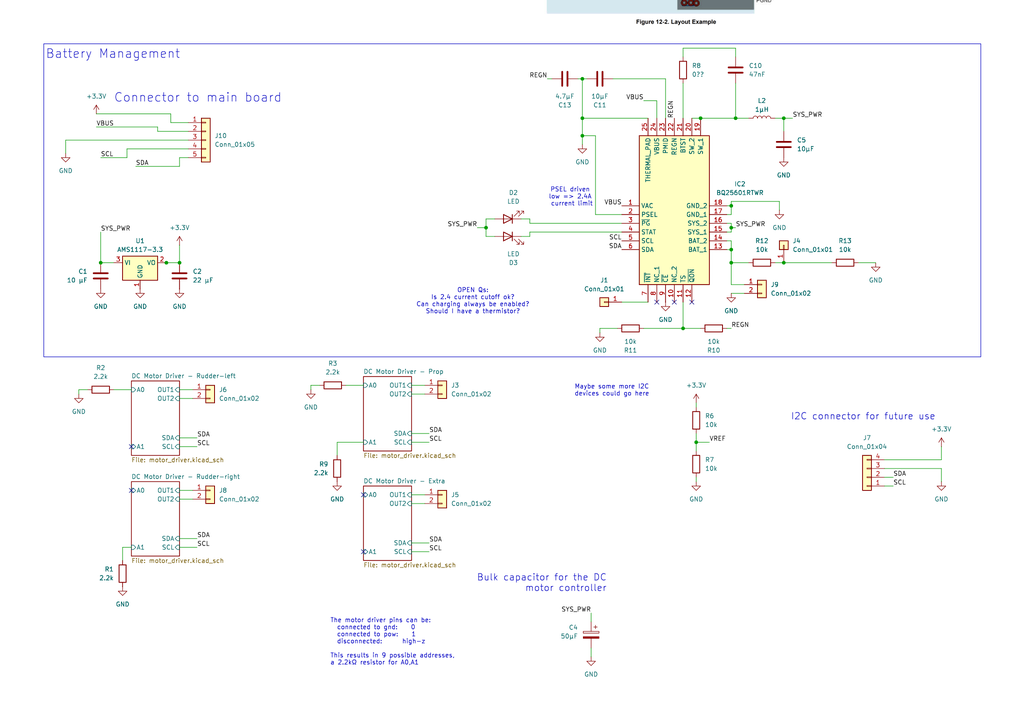
<source format=kicad_sch>
(kicad_sch (version 20231120) (generator "eeschema") (generator_version "8.0")
  (paper "A4")
  (title_block (title "Autonomous Torpedo") (date "2024-08-28") (rev "V1") (company "R@M"))
  (lib_symbols
    (symbol "Connector_Generic:Conn_01x01" (pin_names (offset 1.016) hide)
      (property "Reference" "J" (at 0 2.54 0))
      (property "Value" "Conn_01x01" (at 0 -2.54 0))
      (symbol "Conn_01x01_1_1"
        (rectangle (start -1.27 0.127) (end 0 -0.127) (stroke (width 0.1524)))
        (rectangle (start -1.27 1.27) (end 1.27 -1.27) (stroke (width 0.254)) (fill (type background)))
        (pin passive line (at -5.08 0 0) (length 3.81) (name "Pin_1") (number "1"))
      )
    )
    (symbol "Connector_Generic:Conn_01x02" (pin_names (offset 1.016) hide)
      (property "Reference" "J" (at 0 2.54 0))
      (property "Value" "Conn_01x02" (at 0 -5.08 0))
      (symbol "Conn_01x02_1_1"
        (rectangle (start -1.27 -2.413) (end 0 -2.667) (stroke (width 0.1524)))
        (rectangle (start -1.27 0.127) (end 0 -0.127) (stroke (width 0.1524)))
        (rectangle (start -1.27 1.27) (end 1.27 -3.81) (stroke (width 0.254)) (fill (type background)))
        (pin passive line (at -5.08 0 0) (length 3.81) (name "Pin_1") (number "1"))
        (pin passive line (at -5.08 -2.54 0) (length 3.81) (name "Pin_2") (number "2"))
      )
    )
    (symbol "Connector_Generic:Conn_01x04" (pin_names (offset 1.016) hide)
      (property "Reference" "J" (at 0 5.08 0))
      (property "Value" "Conn_01x04" (at 0 -7.62 0))
      (symbol "Conn_01x04_1_1"
        (rectangle (start -1.27 -4.953) (end 0 -5.207) (stroke (width 0.1524)))
        (rectangle (start -1.27 -2.413) (end 0 -2.667) (stroke (width 0.1524)))
        (rectangle (start -1.27 0.127) (end 0 -0.127) (stroke (width 0.1524)))
        (rectangle (start -1.27 2.667) (end 0 2.413) (stroke (width 0.1524)))
        (rectangle (start -1.27 3.81) (end 1.27 -6.35) (stroke (width 0.254)) (fill (type background)))
        (pin passive line (at -5.08 2.54 0) (length 3.81) (name "Pin_1") (number "1"))
        (pin passive line (at -5.08 0 0) (length 3.81) (name "Pin_2") (number "2"))
        (pin passive line (at -5.08 -2.54 0) (length 3.81) (name "Pin_3") (number "3"))
        (pin passive line (at -5.08 -5.08 0) (length 3.81) (name "Pin_4") (number "4"))
      )
    )
    (symbol "Connector_Generic:Conn_01x05" (pin_names (offset 1.016) hide)
      (property "Reference" "J" (at 0 7.62 0))
      (property "Value" "Conn_01x05" (at 0 -7.62 0))
      (symbol "Conn_01x05_1_1"
        (rectangle (start -1.27 -4.953) (end 0 -5.207) (stroke (width 0.1524)))
        (rectangle (start -1.27 -2.413) (end 0 -2.667) (stroke (width 0.1524)))
        (rectangle (start -1.27 0.127) (end 0 -0.127) (stroke (width 0.1524)))
        (rectangle (start -1.27 2.667) (end 0 2.413) (stroke (width 0.1524)))
        (rectangle (start -1.27 5.207) (end 0 4.953) (stroke (width 0.1524)))
        (rectangle (start -1.27 6.35) (end 1.27 -6.35) (stroke (width 0.254)) (fill (type background)))
        (pin passive line (at -5.08 5.08 0) (length 3.81) (name "Pin_1") (number "1"))
        (pin passive line (at -5.08 2.54 0) (length 3.81) (name "Pin_2") (number "2"))
        (pin passive line (at -5.08 0 0) (length 3.81) (name "Pin_3") (number "3"))
        (pin passive line (at -5.08 -2.54 0) (length 3.81) (name "Pin_4") (number "4"))
        (pin passive line (at -5.08 -5.08 0) (length 3.81) (name "Pin_5") (number "5"))
      )
    )
    (symbol "Device:C" (pin_numbers hide) (pin_names (offset 0.254))
      (property "Reference" "C" (at 0.635 2.54 0))
      (property "Value" "C" (at 0.635 -2.54 0))
      (symbol "C_0_1"
        (polyline (pts (xy -2.032 -0.762) (xy 2.032 -0.762)) (stroke (width 0.508)))
        (polyline (pts (xy -2.032 0.762) (xy 2.032 0.762)) (stroke (width 0.508)))
      )
      (symbol "C_1_1"
        (pin passive line (at 0 3.81 270) (length 2.794) (name "~") (number "1"))
        (pin passive line (at 0 -3.81 90) (length 2.794) (name "~") (number "2"))
      )
    )
    (symbol "Device:C_Polarized" (pin_numbers hide) (pin_names (offset 0.254))
      (property "Reference" "C" (at 0.635 2.54 0))
      (property "Value" "C_Polarized" (at 0.635 -2.54 0))
      (symbol "C_Polarized_0_1"
        (rectangle (start -2.286 0.508) (end 2.286 1.016))
        (polyline (pts (xy -1.778 2.286) (xy -0.762 2.286)))
        (polyline (pts (xy -1.27 2.794) (xy -1.27 1.778)))
        (rectangle (start 2.286 -0.508) (end -2.286 -1.016) (fill (type outline)))
      )
      (symbol "C_Polarized_1_1"
        (pin passive line (at 0 3.81 270) (length 2.794) (name "~") (number "1"))
        (pin passive line (at 0 -3.81 90) (length 2.794) (name "~") (number "2"))
      )
    )
    (symbol "Device:L" (pin_numbers hide) (pin_names (offset 1.016) hide)
      (property "Reference" "L" (at -1.27 0 90))
      (property "Value" "L" (at 1.905 0 90))
      (symbol "L_0_1"
        (arc (start 0 -2.54) (mid 0.6323 -1.905) (end 0 -1.27))
        (arc (start 0 -1.27) (mid 0.6323 -0.635) (end 0 0))
        (arc (start 0 0) (mid 0.6323 0.635) (end 0 1.27))
        (arc (start 0 1.27) (mid 0.6323 1.905) (end 0 2.54))
      )
      (symbol "L_1_1"
        (pin passive line (at 0 3.81 270) (length 1.27) (name "1") (number "1"))
        (pin passive line (at 0 -3.81 90) (length 1.27) (name "2") (number "2"))
      )
    )
    (symbol "Device:LED" (pin_numbers hide) (pin_names (offset 1.016) hide)
      (property "Reference" "D" (at 0 2.54 0))
      (property "Value" "LED" (at 0 -2.54 0))
      (symbol "LED_0_1"
        (polyline (pts (xy -1.27 -1.27) (xy -1.27 1.27)) (stroke (width 0.254)))
        (polyline (pts (xy -1.27 0) (xy 1.27 0)))
        (polyline (pts (xy 1.27 -1.27) (xy 1.27 1.27) (xy -1.27 0) (xy 1.27 -1.27)) (stroke (width 0.254)))
        (polyline (pts (xy -3.048 -0.762) (xy -4.572 -2.286) (xy -3.81 -2.286) (xy -4.572 -2.286) (xy -4.572 -1.524)))
        (polyline (pts (xy -1.778 -0.762) (xy -3.302 -2.286) (xy -2.54 -2.286) (xy -3.302 -2.286) (xy -3.302 -1.524)))
      )
      (symbol "LED_1_1"
        (pin passive line (at -3.81 0 0) (length 2.54) (name "K") (number "1"))
        (pin passive line (at 3.81 0 180) (length 2.54) (name "A") (number "2"))
      )
    )
    (symbol "Device:R" (pin_numbers hide) (pin_names (offset 0))
      (property "Reference" "R" (at 2.032 0 90))
      (property "Value" "R" (at 0 0 90))
      (symbol "R_0_1"
        (rectangle (start -1.016 -2.54) (end 1.016 2.54) (stroke (width 0.254)))
      )
      (symbol "R_1_1"
        (pin passive line (at 0 3.81 270) (length 1.27) (name "~") (number "1"))
        (pin passive line (at 0 -3.81 90) (length 1.27) (name "~") (number "2"))
      )
    )
    (symbol "Regulator_Linear:AMS1117-3.3"
      (property "Reference" "U" (at -3.81 3.175 0))
      (property "Value" "AMS1117-3.3" (at 0 3.175 0))
      (symbol "AMS1117-3.3_0_1"
        (rectangle (start -5.08 -5.08) (end 5.08 1.905) (stroke (width 0.254)) (fill (type background)))
      )
      (symbol "AMS1117-3.3_1_1"
        (pin power_in line (at 0 -7.62 90) (length 2.54) (name "GND") (number "1"))
        (pin power_out line (at 7.62 0 180) (length 2.54) (name "VO") (number "2"))
        (pin power_in line (at -7.62 0 0) (length 2.54) (name "VI") (number "3"))
      )
    )
    (symbol "SamacSys_Parts:BQ25601RTWR"
      (property "Reference" "IC" (at 26.67 25.4 0))
      (property "Value" "BQ25601RTWR" (at 26.67 22.86 0))
      (symbol "BQ25601RTWR_1_1"
        (rectangle (start 5.08 20.32) (end 25.4 -22.86) (stroke (width 0.254)) (fill (type background)))
        (pin passive line (at 0 0 0) (length 5.08) (name "VAC") (number "1"))
        (pin passive line (at 15.24 -27.94 90) (length 5.08) (name "NC_2") (number "10"))
        (pin passive line (at 17.78 -27.94 90) (length 5.08) (name "TS") (number "11"))
        (pin passive line (at 20.32 -27.94 90) (length 5.08) (name "~{QON}") (number "12"))
        (pin passive line (at 30.48 -12.7 180) (length 5.08) (name "BAT_1") (number "13"))
        (pin passive line (at 30.48 -10.16 180) (length 5.08) (name "BAT_2") (number "14"))
        (pin passive line (at 30.48 -7.62 180) (length 5.08) (name "SYS_1") (number "15"))
        (pin passive line (at 30.48 -5.08 180) (length 5.08) (name "SYS_2") (number "16"))
        (pin passive line (at 30.48 -2.54 180) (length 5.08) (name "GND_1") (number "17"))
        (pin passive line (at 30.48 0 180) (length 5.08) (name "GND_2") (number "18"))
        (pin passive line (at 22.86 25.4 270) (length 5.08) (name "SW_1") (number "19"))
        (pin passive line (at 0 -2.54 0) (length 5.08) (name "PSEL") (number "2"))
        (pin passive line (at 20.32 25.4 270) (length 5.08) (name "SW_2") (number "20"))
        (pin passive line (at 17.78 25.4 270) (length 5.08) (name "BTST") (number "21"))
        (pin passive line (at 15.24 25.4 270) (length 5.08) (name "REGN") (number "22"))
        (pin passive line (at 12.7 25.4 270) (length 5.08) (name "PMID") (number "23"))
        (pin passive line (at 10.16 25.4 270) (length 5.08) (name "VBUS") (number "24"))
        (pin passive line (at 7.62 25.4 270) (length 5.08) (name "THERMAL_PAD") (number "25"))
        (pin passive line (at 0 -5.08 0) (length 5.08) (name "~{PG}") (number "3"))
        (pin passive line (at 0 -7.62 0) (length 5.08) (name "STAT") (number "4"))
        (pin passive line (at 0 -10.16 0) (length 5.08) (name "SCL") (number "5"))
        (pin passive line (at 0 -12.7 0) (length 5.08) (name "SDA") (number "6"))
        (pin passive line (at 7.62 -27.94 90) (length 5.08) (name "~{INT}") (number "7"))
        (pin passive line (at 10.16 -27.94 90) (length 5.08) (name "NC_1") (number "8"))
        (pin passive line (at 12.7 -27.94 90) (length 5.08) (name "~{CE}") (number "9"))
      )
    )
    (symbol "power:+3.3V" (power) (pin_numbers hide) (pin_names (offset 0) hide)
      (property "Value" "+3.3V" (at 0 3.556 0))
      (symbol "+3.3V_0_1"
        (polyline (pts (xy -0.762 1.27) (xy 0 2.54)))
        (polyline (pts (xy 0 0) (xy 0 2.54)))
        (polyline (pts (xy 0 2.54) (xy 0.762 1.27)))
      )
      (symbol "+3.3V_1_1"
        (pin power_in line (at 0 0 90) (length 0) (name "~") (number "1"))
      )
    )
    (symbol "power:GND" (power) (pin_numbers hide) (pin_names (offset 0) hide)
      (property "Value" "GND" (at 0 -3.81 0))
      (symbol "GND_0_1"
        (polyline (pts (xy 0 0) (xy 0 -1.27) (xy 1.27 -1.27) (xy 0 -2.54) (xy -1.27 -1.27) (xy 0 -1.27)))
      )
      (symbol "GND_1_1"
        (pin power_in line (at 0 0 270) (length 0) (name "~") (number "1"))
      )
    )
  )
  (junction (at 227.33 34.29))
  (junction (at 212.09 76.2))
  (junction (at 168.91 22.86))
  (junction (at 168.91 39.37))
  (junction (at 168.91 34.29))
  (junction (at 213.36 34.29))
  (junction (at 140.97 66.04))
  (junction (at 201.93 128.27))
  (junction (at 212.09 59.69))
  (junction (at 29.21 76.2))
  (junction (at 227.33 76.2))
  (junction (at 212.09 72.39))
  (junction (at 52.07 76.2))
  (junction (at 212.09 66.04))
  (junction (at 203.2 34.29))
  (junction (at 48.26 76.2))
  (junction (at 198.12 95.25))
  (no_connect (at 38.1 129.54))
  (no_connect (at 38.1 142.24))
  (no_connect (at 190.5 87.63))
  (no_connect (at 105.41 143.51))
  (no_connect (at 195.58 87.63))
  (no_connect (at 200.66 87.63))
  (no_connect (at 105.41 160.02))
  (wire (pts (xy 158.75 22.86) (xy 160.02 22.86)))
  (wire (pts (xy 198.12 24.13) (xy 198.12 34.29)))
  (wire (pts (xy 119.38 128.27) (xy 124.46 128.27)))
  (wire (pts (xy 212.09 72.39) (xy 210.82 72.39)))
  (wire (pts (xy 48.26 76.2) (xy 52.07 76.2)))
  (wire (pts (xy 52.07 158.75) (xy 57.15 158.75)))
  (wire (pts (xy 227.33 34.29) (xy 229.87 34.29)))
  (wire (pts (xy 119.38 160.02) (xy 124.46 160.02)))
  (wire (pts (xy 212.09 67.31) (xy 210.82 67.31)))
  (wire (pts (xy 259.08 140.97) (xy 256.54 140.97)))
  (wire (pts (xy 212.09 59.69) (xy 212.09 62.23)))
  (wire (pts (xy 153.67 64.77) (xy 180.34 64.77)))
  (wire (pts (xy 254 76.2) (xy 248.92 76.2)))
  (wire (pts (xy 19.05 40.64) (xy 19.05 44.45)))
  (wire (pts (xy 210.82 59.69) (xy 212.09 59.69)))
  (wire (pts (xy 198.12 13.97) (xy 213.36 13.97)))
  (wire (pts (xy 22.86 113.03) (xy 25.4 113.03)))
  (wire (pts (xy 97.79 128.27) (xy 105.41 128.27)))
  (wire (pts (xy 201.93 128.27) (xy 201.93 125.73)))
  (wire (pts (xy 138.43 66.04) (xy 140.97 66.04)))
  (wire (pts (xy 140.97 68.58) (xy 143.51 68.58)))
  (wire (pts (xy 90.17 113.03) (xy 90.17 111.76)))
  (wire (pts (xy 198.12 87.63) (xy 198.12 95.25)))
  (wire (pts (xy 168.91 34.29) (xy 187.96 34.29)))
  (wire (pts (xy 212.09 58.42) (xy 226.06 58.42)))
  (wire (pts (xy 212.09 66.04) (xy 212.09 67.31)))
  (wire (pts (xy 19.05 40.64) (xy 54.61 40.64)))
  (wire (pts (xy 203.2 34.29) (xy 213.36 34.29)))
  (wire (pts (xy 140.97 63.5) (xy 143.51 63.5)))
  (wire (pts (xy 97.79 132.08) (xy 97.79 128.27)))
  (wire (pts (xy 52.07 142.24) (xy 55.88 142.24)))
  (wire (pts (xy 54.61 45.72) (xy 52.07 45.72)))
  (wire (pts (xy 153.67 67.31) (xy 180.34 67.31)))
  (wire (pts (xy 210.82 95.25) (xy 212.09 95.25)))
  (wire (pts (xy 151.13 68.58) (xy 153.67 68.58)))
  (wire (pts (xy 52.07 129.54) (xy 57.15 129.54)))
  (wire (pts (xy 27.94 33.02) (xy 49.53 33.02)))
  (wire (pts (xy 140.97 66.04) (xy 140.97 68.58)))
  (wire (pts (xy 140.97 63.5) (xy 140.97 66.04)))
  (wire (pts (xy 212.09 64.77) (xy 212.09 66.04)))
  (wire (pts (xy 201.93 130.81) (xy 201.93 128.27)))
  (wire (pts (xy 212.09 82.55) (xy 215.9 82.55)))
  (wire (pts (xy 33.02 113.03) (xy 38.1 113.03)))
  (wire (pts (xy 193.04 34.29) (xy 193.04 22.86)))
  (wire (pts (xy 226.06 58.42) (xy 226.06 60.96)))
  (wire (pts (xy 54.61 38.1) (xy 45.72 38.1)))
  (wire (pts (xy 119.38 125.73) (xy 124.46 125.73)))
  (wire (pts (xy 35.56 162.56) (xy 35.56 158.75)))
  (wire (pts (xy 213.36 24.13) (xy 213.36 34.29)))
  (wire (pts (xy 259.08 138.43) (xy 256.54 138.43)))
  (wire (pts (xy 49.53 35.56) (xy 49.53 33.02)))
  (wire (pts (xy 168.91 22.86) (xy 170.18 22.86)))
  (wire (pts (xy 119.38 143.51) (xy 123.19 143.51)))
  (wire (pts (xy 27.94 36.83) (xy 45.72 36.83)))
  (wire (pts (xy 52.07 144.78) (xy 55.88 144.78)))
  (wire (pts (xy 168.91 22.86) (xy 168.91 34.29)))
  (wire (pts (xy 190.5 34.29) (xy 190.5 29.21)))
  (wire (pts (xy 35.56 158.75) (xy 38.1 158.75)))
  (wire (pts (xy 186.69 29.21) (xy 190.5 29.21)))
  (wire (pts (xy 212.09 76.2) (xy 212.09 82.55)))
  (wire (pts (xy 200.66 34.29) (xy 203.2 34.29)))
  (wire (pts (xy 256.54 135.89) (xy 273.05 135.89)))
  (wire (pts (xy 39.37 48.26) (xy 52.07 48.26)))
  (wire (pts (xy 186.69 95.25) (xy 198.12 95.25)))
  (wire (pts (xy 198.12 95.25) (xy 203.2 95.25)))
  (wire (pts (xy 273.05 135.89) (xy 273.05 139.7)))
  (wire (pts (xy 90.17 111.76) (xy 92.71 111.76)))
  (wire (pts (xy 213.36 13.97) (xy 213.36 16.51)))
  (wire (pts (xy 224.79 34.29) (xy 227.33 34.29)))
  (wire (pts (xy 273.05 129.54) (xy 273.05 133.35)))
  (wire (pts (xy 201.93 139.7) (xy 201.93 138.43)))
  (wire (pts (xy 201.93 116.84) (xy 201.93 118.11)))
  (wire (pts (xy 36.83 43.18) (xy 54.61 43.18)))
  (wire (pts (xy 153.67 68.58) (xy 153.67 67.31)))
  (wire (pts (xy 153.67 63.5) (xy 153.67 64.77)))
  (wire (pts (xy 36.83 45.72) (xy 36.83 43.18)))
  (wire (pts (xy 45.72 36.83) (xy 45.72 38.1)))
  (wire (pts (xy 180.34 87.63) (xy 187.96 87.63)))
  (wire (pts (xy 52.07 156.21) (xy 57.15 156.21)))
  (wire (pts (xy 151.13 63.5) (xy 153.67 63.5)))
  (wire (pts (xy 212.09 72.39) (xy 212.09 76.2)))
  (wire (pts (xy 54.61 35.56) (xy 49.53 35.56)))
  (wire (pts (xy 52.07 113.03) (xy 55.88 113.03)))
  (wire (pts (xy 205.74 128.27) (xy 201.93 128.27)))
  (wire (pts (xy 171.45 177.8) (xy 171.45 180.34)))
  (wire (pts (xy 213.36 66.04) (xy 212.09 66.04)))
  (wire (pts (xy 198.12 13.97) (xy 198.12 16.51)))
  (wire (pts (xy 29.21 67.31) (xy 29.21 76.2)))
  (wire (pts (xy 168.91 34.29) (xy 168.91 39.37)))
  (wire (pts (xy 212.09 69.85) (xy 212.09 72.39)))
  (wire (pts (xy 46.99 76.2) (xy 48.26 76.2)))
  (wire (pts (xy 212.09 69.85) (xy 210.82 69.85)))
  (wire (pts (xy 212.09 64.77) (xy 210.82 64.77)))
  (wire (pts (xy 119.38 146.05) (xy 123.19 146.05)))
  (wire (pts (xy 256.54 133.35) (xy 273.05 133.35)))
  (wire (pts (xy 52.07 115.57) (xy 55.88 115.57)))
  (wire (pts (xy 227.33 76.2) (xy 224.79 76.2)))
  (wire (pts (xy 193.04 22.86) (xy 177.8 22.86)))
  (wire (pts (xy 173.99 95.25) (xy 179.07 95.25)))
  (wire (pts (xy 212.09 62.23) (xy 210.82 62.23)))
  (wire (pts (xy 100.33 111.76) (xy 105.41 111.76)))
  (wire (pts (xy 172.72 62.23) (xy 172.72 39.37)))
  (wire (pts (xy 52.07 45.72) (xy 52.07 48.26)))
  (wire (pts (xy 227.33 38.1) (xy 227.33 34.29)))
  (wire (pts (xy 167.64 22.86) (xy 168.91 22.86)))
  (wire (pts (xy 212.09 76.2) (xy 217.17 76.2)))
  (wire (pts (xy 119.38 114.3) (xy 123.19 114.3)))
  (wire (pts (xy 52.07 71.12) (xy 52.07 76.2)))
  (wire (pts (xy 173.99 96.52) (xy 173.99 95.25)))
  (wire (pts (xy 171.45 187.96) (xy 171.45 190.5)))
  (wire (pts (xy 29.21 76.2) (xy 33.02 76.2)))
  (wire (pts (xy 212.09 85.09) (xy 215.9 85.09)))
  (wire (pts (xy 119.38 157.48) (xy 124.46 157.48)))
  (wire (pts (xy 168.91 39.37) (xy 168.91 41.91)))
  (wire (pts (xy 22.86 114.3) (xy 22.86 113.03)))
  (wire (pts (xy 52.07 127) (xy 57.15 127)))
  (wire (pts (xy 212.09 58.42) (xy 212.09 59.69)))
  (wire (pts (xy 172.72 39.37) (xy 168.91 39.37)))
  (wire (pts (xy 29.21 45.72) (xy 36.83 45.72)))
  (wire (pts (xy 119.38 111.76) (xy 123.19 111.76)))
  (wire (pts (xy 241.3 76.2) (xy 227.33 76.2)))
  (wire (pts (xy 213.36 34.29) (xy 217.17 34.29)))
  (wire (pts (xy 180.34 62.23) (xy 172.72 62.23)))
  (rectangle (start 12.7 12.7) (end 284.48 103.505))
  (image (at 196.215 -15.24) (scale 0.268536))
  (text "Maybe some more I2C \ndevices could go here" (at 166.624 113.284 0) (effects (font (size 1.27 1.27)) (justify left)))
  (text "Battery Management" (at 32.766 15.748 0) (effects (font (size 2.54 2.54))))
  (text "The motor driver pins can be:\n  connected to gnd:    0\n  connected to pow:    1\n  disconnected:      high-z\n\nThis results in 9 possible addresses,\na 2.2kΩ resistor for A0,A1" (at 95.758 186.182 0) (effects (font (size 1.27 1.27)) (justify left)))
  (text "Bulk capacitor for the DC\nmotor controller" (at 176.022 169.164 0) (effects (font (size 1.905 1.905)) (justify right)))
  (text "Connector to main board" (at 57.404 28.448 0) (effects (font (size 2.54 2.54))))
  (text "I2C connector for future use" (at 229.362 120.904 0) (effects (font (size 1.905 1.905)) (justify left)))
  (text "OPEN Qs:\nIs 2.4 current cutoff ok?\nCan charging always be enabled?\nShould I have a thermistor?" (at 137.16 87.376 0) (effects (font (size 1.27 1.27))))
  (text "PSEL driven \nlow => 2.4A \ncurrent limit" (at 165.862 57.15 0) (effects (font (size 1.27 1.27))))
  (label "SCL" (at 259.08 140.97 0))
  (label "SYS_PWR" (at 138.43 66.04 180))
  (label "SCL" (at 57.15 158.75 0))
  (label "VBUS" (at 27.94 36.83 0))
  (label "SDA" (at 259.08 138.43 0))
  (label "VBUS" (at 186.69 29.21 180))
  (label "SDA" (at 124.46 157.48 0))
  (label "SDA" (at 124.46 125.73 0))
  (label "VBUS" (at 180.34 59.69 180))
  (label "SDA" (at 180.34 72.39 180))
  (label "SCL" (at 124.46 160.02 0))
  (label "SCL" (at 29.21 45.72 0))
  (label "REGN" (at 158.75 22.86 180))
  (label "SYS_PWR" (at 213.36 66.04 0))
  (label "SDA" (at 57.15 127 0))
  (label "SCL" (at 180.34 69.85 180))
  (label "SYS_PWR" (at 229.87 34.29 0))
  (label "REGN" (at 212.09 95.25 0))
  (label "SCL" (at 124.46 128.27 0))
  (label "SDA" (at 39.37 48.26 0))
  (label "SCL" (at 57.15 129.54 0))
  (label "VREF" (at 205.74 128.27 0))
  (label "SDA" (at 57.15 156.21 0))
  (label "SYS_PWR" (at 29.21 67.31 0))
  (label "REGN" (at 195.58 34.29 90))
  (label "SYS_PWR" (at 171.45 177.8 180))
  (symbol (lib_id "Device:R") (at 96.52 111.76 90) (unit 1)
    (property "Reference" "R3" (at 96.52 105.41 90))
    (property "Value" "2.2k" (at 96.52 107.95 90))
    (property "Footprint" "Resistor_SMD:R_0805_2012Metric_Pad1.20x1.40mm_HandSolder" (effects (hide yes)))
    (property "Description" "Resistor" (effects (hide yes)))
  )
  (symbol (lib_id "Connector_Generic:Conn_01x02") (at 60.96 113.03 0) (unit 1)
    (property "Reference" "J6" (at 63.5 113.0299 0) (effects (justify left)))
    (property "Value" "Conn_01x02" (at 63.5 115.5699 0) (effects (justify left)))
    (property "Footprint" "Connector_PinSocket_2.00mm:PinSocket_1x02_P2.00mm_Vertical" (effects (hide yes)))
    (property "Description" "Generic connector, single row, 01x02, script generated (kicad-library-utils/schlib/autogen/connector/)" (effects (hide yes)))
  )
  (symbol (lib_id "Device:C") (at 52.07 80.01 0) (unit 1)
    (property "Reference" "C2" (at 55.88 78.7399 0) (effects (justify left)))
    (property "Value" "22 μF" (at 55.88 81.2799 0) (effects (justify left)))
    (property "Footprint" "Capacitor_SMD:C_0805_2012Metric_Pad1.18x1.45mm_HandSolder" (effects (hide yes)))
    (property "Description" "Unpolarized capacitor" (effects (hide yes)))
  )
  (symbol (lib_id "Device:R") (at 198.12 20.32 180) (unit 1)
    (property "Reference" "R8" (at 200.66 19.0499 0) (effects (justify right)))
    (property "Value" "0??" (at 200.66 21.5899 0) (effects (justify right)))
    (property "Footprint" "Resistor_SMD:R_0805_2012Metric_Pad1.20x1.40mm_HandSolder" (effects (hide yes)))
    (property "Description" "Resistor" (effects (hide yes)))
  )
  (symbol (lib_id "power:+3.3V") (at 273.05 129.54 0) (unit 1)
    (property "Reference" "#PWR015" (effects (hide yes)))
    (property "Value" "+3.3V" (at 273.05 124.46 0))
    (property "Description" "Power symbol creates a global label with name \"+3.3V\"" (effects (hide yes)))
  )
  (symbol (lib_id "Connector_Generic:Conn_01x02") (at 60.96 142.24 0) (unit 1)
    (property "Reference" "J8" (at 63.5 142.2399 0) (effects (justify left)))
    (property "Value" "Conn_01x02" (at 63.5 144.7799 0) (effects (justify left)))
    (property "Footprint" "Connector_PinSocket_2.00mm:PinSocket_1x02_P2.00mm_Vertical" (effects (hide yes)))
    (property "Description" "Generic connector, single row, 01x02, script generated (kicad-library-utils/schlib/autogen/connector/)" (effects (hide yes)))
  )
  (symbol (lib_id "Connector_Generic:Conn_01x01") (at 175.26 87.63 0) (mirror y) (unit 1)
    (property "Reference" "J1" (at 175.26 81.28 0))
    (property "Value" "Conn_01x01" (at 175.26 83.82 0))
    (property "Footprint" "Connector_PinSocket_2.00mm:PinSocket_1x01_P2.00mm_Vertical" (effects (hide yes)))
    (property "Description" "Generic connector, single row, 01x01, script generated (kicad-library-utils/schlib/autogen/connector/)" (effects (hide yes)))
  )
  (symbol (lib_id "Device:C") (at 29.21 80.01 0) (mirror y) (unit 1)
    (property "Reference" "C1" (at 25.4 78.7399 0) (effects (justify left)))
    (property "Value" "10 μF" (at 25.4 81.2799 0) (effects (justify left)))
    (property "Footprint" "Capacitor_SMD:C_0805_2012Metric_Pad1.18x1.45mm_HandSolder" (effects (hide yes)))
    (property "Description" "Unpolarized capacitor" (effects (hide yes)))
  )
  (symbol (lib_id "Device:R") (at 29.21 113.03 90) (unit 1)
    (property "Reference" "R2" (at 29.21 106.68 90))
    (property "Value" "2.2k" (at 29.21 109.22 90))
    (property "Footprint" "Resistor_SMD:R_0805_2012Metric_Pad1.20x1.40mm_HandSolder" (effects (hide yes)))
    (property "Description" "Resistor" (effects (hide yes)))
  )
  (symbol (lib_id "power:GND") (at 168.91 41.91 0) (unit 1)
    (property "Reference" "#PWR017" (effects (hide yes)))
    (property "Value" "GND" (at 168.91 46.99 0))
    (property "Description" "Power symbol creates a global label with name \"GND\" , ground" (effects (hide yes)))
  )
  (symbol (lib_id "Device:C") (at 227.33 41.91 0) (unit 1)
    (property "Reference" "C5" (at 231.14 40.6399 0) (effects (justify left)))
    (property "Value" "10μF" (at 231.14 43.1799 0) (effects (justify left)))
    (property "Footprint" "Capacitor_SMD:C_0805_2012Metric_Pad1.18x1.45mm_HandSolder" (effects (hide yes)))
    (property "Description" "Unpolarized capacitor" (effects (hide yes)))
  )
  (symbol (lib_id "power:GND") (at 171.45 190.5 0) (unit 1)
    (property "Reference" "#PWR013" (effects (hide yes)))
    (property "Value" "GND" (at 171.45 195.58 0))
    (property "Description" "Power symbol creates a global label with name \"GND\" , ground" (effects (hide yes)))
  )
  (symbol (lib_id "SamacSys_Parts:BQ25601RTWR") (at 180.34 59.69 0) (unit 1)
    (property "Reference" "IC2" (at 214.63 53.3714 0))
    (property "Value" "BQ25601RTWR" (at 214.63 55.9114 0))
    (property "Footprint" "SamacSys_Parts:QFN50P400X400X80-25N-D" (effects (hide yes)))
    (property "Datasheet" "http://www.ti.com/lit/ds/symlink/bq25601.pdf" (effects (hide yes)))
    (property "Description" "I2C Controlled Single Cell 3-A Battery Charger with High Input Voltage and Power Path" (effects (hide yes)))
    (property "Height" "0.8" (effects (hide yes)))
    (property "Manufacturer_Name" "Texas Instruments" (effects (hide yes)))
    (property "Manufacturer_Part_Number" "BQ25601RTWR" (effects (hide yes)))
    (property "Mouser Part Number" "595-BQ25601RTWR" (effects (hide yes)))
    (property "Mouser Price/Stock" "https://www.mouser.co.uk/ProductDetail/Texas-Instruments/BQ25601RTWR?qs=u4fy%2FsgLU9MCDD48%252B2JKlg%3D%3D" (effects (hide yes)))
    (property "Arrow Part Number" "BQ25601RTWR" (effects (hide yes)))
    (property "Arrow Price/Stock" "https://www.arrow.com/en/products/bq25601rtwr/texas-instruments?region=nac" (effects (hide yes)))
  )
  (symbol (lib_id "Connector_Generic:Conn_01x02") (at 128.27 111.76 0) (unit 1)
    (property "Reference" "J3" (at 130.81 111.7599 0) (effects (justify left)))
    (property "Value" "Conn_01x02" (at 130.81 114.2999 0) (effects (justify left)))
    (property "Footprint" "Connector_PinSocket_2.00mm:PinSocket_1x02_P2.00mm_Vertical" (effects (hide yes)))
    (property "Description" "Generic connector, single row, 01x02, script generated (kicad-library-utils/schlib/autogen/connector/)" (effects (hide yes)))
  )
  (symbol (lib_id "Connector_Generic:Conn_01x05") (at 59.69 40.64 0) (unit 1)
    (property "Reference" "J10" (at 62.23 39.3699 0) (effects (justify left)))
    (property "Value" "Conn_01x05" (at 62.23 41.9099 0) (effects (justify left)))
    (property "Footprint" "Connector_PinSocket_2.00mm:PinSocket_1x05_P2.00mm_Vertical" (effects (hide yes)))
    (property "Description" "Generic connector, single row, 01x05, script generated (kicad-library-utils/schlib/autogen/connector/)" (effects (hide yes)))
  )
  (symbol (lib_id "power:GND") (at 29.21 83.82 0) (unit 1)
    (property "Reference" "#PWR03" (effects (hide yes)))
    (property "Value" "GND" (at 29.21 88.9 0))
    (property "Description" "Power symbol creates a global label with name \"GND\" , ground" (effects (hide yes)))
  )
  (symbol (lib_id "power:GND") (at 273.05 139.7 0) (unit 1)
    (property "Reference" "#PWR014" (effects (hide yes)))
    (property "Value" "GND" (at 273.05 144.78 0))
    (property "Description" "Power symbol creates a global label with name \"GND\" , ground" (effects (hide yes)))
  )
  (symbol (lib_id "power:GND") (at 193.04 87.63 0) (unit 1)
    (property "Reference" "#PWR025" (effects (hide yes)))
    (property "Value" "GND" (at 193.04 92.71 0))
    (property "Description" "Power symbol creates a global label with name \"GND\" , ground" (effects (hide yes)))
  )
  (symbol (lib_id "power:GND") (at 35.56 170.18 0) (unit 1)
    (property "Reference" "#PWR010" (effects (hide yes)))
    (property "Value" "GND" (at 35.56 175.26 0))
    (property "Description" "Power symbol creates a global label with name \"GND\" , ground" (effects (hide yes)))
  )
  (symbol (lib_id "power:GND") (at 212.09 85.09 0) (unit 1)
    (property "Reference" "#PWR023" (effects (hide yes)))
    (property "Value" "GND" (at 212.09 90.17 0))
    (property "Description" "Power symbol creates a global label with name \"GND\" , ground" (effects (hide yes)))
  )
  (symbol (lib_id "Device:R") (at 97.79 135.89 0) (mirror y) (unit 1)
    (property "Reference" "R9" (at 95.25 134.6199 0) (effects (justify left)))
    (property "Value" "2.2k" (at 95.25 137.1599 0) (effects (justify left)))
    (property "Footprint" "Resistor_SMD:R_0805_2012Metric_Pad1.20x1.40mm_HandSolder" (effects (hide yes)))
    (property "Description" "Resistor" (effects (hide yes)))
  )
  (symbol (lib_id "power:GND") (at 173.99 96.52 0) (unit 1)
    (property "Reference" "#PWR027" (effects (hide yes)))
    (property "Value" "GND" (at 173.99 101.6 0))
    (property "Description" "Power symbol creates a global label with name \"GND\" , ground" (effects (hide yes)))
  )
  (symbol (lib_id "power:GND") (at 40.64 83.82 0) (unit 1)
    (property "Reference" "#PWR04" (effects (hide yes)))
    (property "Value" "GND" (at 40.64 88.9 0))
    (property "Description" "Power symbol creates a global label with name \"GND\" , ground" (effects (hide yes)))
  )
  (symbol (lib_id "power:GND") (at 201.93 139.7 0) (unit 1)
    (property "Reference" "#PWR01" (effects (hide yes)))
    (property "Value" "GND" (at 201.93 144.78 0))
    (property "Description" "Power symbol creates a global label with name \"GND\" , ground" (effects (hide yes)))
  )
  (symbol (lib_id "Device:LED") (at 147.32 68.58 0) (mirror y) (unit 1)
    (property "Reference" "D3" (at 148.9075 76.2 0))
    (property "Value" "LED" (at 148.9075 73.66 0))
    (property "Footprint" "LED_SMD:LED_0805_2012Metric" (effects (hide yes)))
    (property "Description" "Light emitting diode" (effects (hide yes)))
  )
  (symbol (lib_id "power:+3.3V") (at 201.93 116.84 0) (unit 1)
    (property "Reference" "#PWR09" (effects (hide yes)))
    (property "Value" "+3.3V" (at 201.93 111.76 0))
    (property "Description" "Power symbol creates a global label with name \"+3.3V\"" (effects (hide yes)))
  )
  (symbol (lib_id "power:GND") (at 52.07 83.82 0) (unit 1)
    (property "Reference" "#PWR06" (effects (hide yes)))
    (property "Value" "GND" (at 52.07 88.9 0))
    (property "Description" "Power symbol creates a global label with name \"GND\" , ground" (effects (hide yes)))
  )
  (symbol (lib_id "power:GND") (at 90.17 113.03 0) (unit 1)
    (property "Reference" "#PWR012" (effects (hide yes)))
    (property "Value" "GND" (at 90.17 118.11 0))
    (property "Description" "Power symbol creates a global label with name \"GND\" , ground" (effects (hide yes)))
  )
  (symbol (lib_id "Connector_Generic:Conn_01x02") (at 128.27 143.51 0) (unit 1)
    (property "Reference" "J5" (at 130.81 143.5099 0) (effects (justify left)))
    (property "Value" "Conn_01x02" (at 130.81 146.0499 0) (effects (justify left)))
    (property "Footprint" "Connector_PinSocket_2.00mm:PinSocket_1x02_P2.00mm_Vertical" (effects (hide yes)))
    (property "Description" "Generic connector, single row, 01x02, script generated (kicad-library-utils/schlib/autogen/connector/)" (effects (hide yes)))
  )
  (symbol (lib_id "Device:R") (at 201.93 121.92 0) (unit 1)
    (property "Reference" "R6" (at 204.47 120.6499 0) (effects (justify left)))
    (property "Value" "10k" (at 204.47 123.1899 0) (effects (justify left)))
    (property "Footprint" "Resistor_SMD:R_0805_2012Metric_Pad1.20x1.40mm_HandSolder" (effects (hide yes)))
    (property "Description" "Resistor" (effects (hide yes)))
  )
  (symbol (lib_id "power:GND") (at 227.33 45.72 0) (unit 1)
    (property "Reference" "#PWR022" (effects (hide yes)))
    (property "Value" "GND" (at 227.33 50.8 0))
    (property "Description" "Power symbol creates a global label with name \"GND\" , ground" (effects (hide yes)))
  )
  (symbol (lib_id "Device:R") (at 207.01 95.25 90) (mirror x) (unit 1)
    (property "Reference" "R10" (at 207.01 101.6 90))
    (property "Value" "10k" (at 207.01 99.06 90))
    (property "Footprint" "Resistor_SMD:R_0805_2012Metric_Pad1.20x1.40mm_HandSolder" (effects (hide yes)))
    (property "Description" "Resistor" (effects (hide yes)))
  )
  (symbol (lib_id "power:GND") (at 97.79 139.7 0) (unit 1)
    (property "Reference" "#PWR037" (effects (hide yes)))
    (property "Value" "GND" (at 97.79 144.78 0))
    (property "Description" "Power symbol creates a global label with name \"GND\" , ground" (effects (hide yes)))
  )
  (symbol (lib_id "power:GND") (at 254 76.2 0) (unit 1)
    (property "Reference" "#PWR038" (effects (hide yes)))
    (property "Value" "GND" (at 254 81.28 0))
    (property "Description" "Power symbol creates a global label with name \"GND\" , ground" (effects (hide yes)))
  )
  (symbol (lib_id "Device:R") (at 201.93 134.62 0) (unit 1)
    (property "Reference" "R7" (at 204.47 133.3499 0) (effects (justify left)))
    (property "Value" "10k" (at 204.47 135.8899 0) (effects (justify left)))
    (property "Footprint" "Resistor_SMD:R_0805_2012Metric_Pad1.20x1.40mm_HandSolder" (effects (hide yes)))
    (property "Description" "Resistor" (effects (hide yes)))
  )
  (symbol (lib_id "Device:C") (at 163.83 22.86 90) (mirror x) (unit 1)
    (property "Reference" "C13" (at 163.83 30.48 90))
    (property "Value" "4.7μF" (at 163.83 27.94 90))
    (property "Footprint" "Capacitor_SMD:C_0805_2012Metric_Pad1.18x1.45mm_HandSolder" (effects (hide yes)))
    (property "Description" "Unpolarized capacitor" (effects (hide yes)))
  )
  (symbol (lib_id "Device:L") (at 220.98 34.29 90) (unit 1)
    (property "Reference" "L2" (at 220.98 29.21 90))
    (property "Value" "1μH" (at 220.98 31.75 90))
    (property "Footprint" "Inductor_SMD:L_0805_2012Metric_Pad1.05x1.20mm_HandSolder" (effects (hide yes)))
    (property "Description" "Inductor" (effects (hide yes)))
  )
  (symbol (lib_id "Device:C") (at 173.99 22.86 90) (mirror x) (unit 1)
    (property "Reference" "C11" (at 173.99 30.48 90))
    (property "Value" "10μF" (at 173.99 27.94 90))
    (property "Footprint" "Capacitor_SMD:C_0805_2012Metric_Pad1.18x1.45mm_HandSolder" (effects (hide yes)))
    (property "Description" "Unpolarized capacitor" (effects (hide yes)))
  )
  (symbol (lib_id "Connector_Generic:Conn_01x04") (at 251.46 138.43 180) (unit 1)
    (property "Reference" "J7" (at 251.46 127 0))
    (property "Value" "Conn_01x04" (at 251.46 129.54 0))
    (property "Footprint" "Connector_PinSocket_2.00mm:PinSocket_1x04_P2.00mm_Vertical" (effects (hide yes)))
    (property "Description" "Generic connector, single row, 01x04, script generated (kicad-library-utils/schlib/autogen/connector/)" (effects (hide yes)))
  )
  (symbol (lib_id "Device:LED") (at 147.32 63.5 180) (unit 1)
    (property "Reference" "D2" (at 148.9075 55.88 0))
    (property "Value" "LED" (at 148.9075 58.42 0))
    (property "Footprint" "LED_SMD:LED_0805_2012Metric" (effects (hide yes)))
    (property "Description" "Light emitting diode" (effects (hide yes)))
  )
  (symbol (lib_id "Device:C") (at 213.36 20.32 0) (unit 1)
    (property "Reference" "C10" (at 217.17 19.0499 0) (effects (justify left)))
    (property "Value" "47nF" (at 217.17 21.5899 0) (effects (justify left)))
    (property "Footprint" "Capacitor_SMD:C_0805_2012Metric_Pad1.18x1.45mm_HandSolder" (effects (hide yes)))
    (property "Description" "Unpolarized capacitor" (effects (hide yes)))
  )
  (symbol (lib_id "Device:C_Polarized") (at 171.45 184.15 0) (mirror y) (unit 1)
    (property "Reference" "C4" (at 167.64 181.9909 0) (effects (justify left)))
    (property "Value" "50μF" (at 167.64 184.5309 0) (effects (justify left)))
    (property "Footprint" "Capacitor_SMD:C_0805_2012Metric_Pad1.18x1.45mm_HandSolder" (effects (hide yes)))
    (property "Description" "Polarized capacitor" (effects (hide yes)))
  )
  (symbol (lib_id "power:+3.3V") (at 52.07 71.12 0) (unit 1)
    (property "Reference" "#PWR05" (effects (hide yes)))
    (property "Value" "+3.3V" (at 52.07 66.04 0))
    (property "Description" "Power symbol creates a global label with name \"+3.3V\"" (effects (hide yes)))
  )
  (symbol (lib_id "Device:R") (at 220.98 76.2 270) (unit 1)
    (property "Reference" "R12" (at 220.98 69.85 90))
    (property "Value" "10k" (at 220.98 72.39 90))
    (property "Footprint" "Resistor_SMD:R_0805_2012Metric_Pad1.20x1.40mm_HandSolder" (effects (hide yes)))
    (property "Description" "Resistor" (effects (hide yes)))
  )
  (symbol (lib_id "power:GND") (at 22.86 114.3 0) (unit 1)
    (property "Reference" "#PWR018" (effects (hide yes)))
    (property "Value" "GND" (at 22.86 119.38 0))
    (property "Description" "Power symbol creates a global label with name \"GND\" , ground" (effects (hide yes)))
  )
  (symbol (lib_id "Device:R") (at 35.56 166.37 0) (mirror y) (unit 1)
    (property "Reference" "R1" (at 33.02 165.0999 0) (effects (justify left)))
    (property "Value" "2.2k" (at 33.02 167.6399 0) (effects (justify left)))
    (property "Footprint" "Resistor_SMD:R_0805_2012Metric_Pad1.20x1.40mm_HandSolder" (effects (hide yes)))
    (property "Description" "Resistor" (effects (hide yes)))
  )
  (symbol (lib_id "Device:R") (at 245.11 76.2 270) (unit 1)
    (property "Reference" "R13" (at 245.11 69.85 90))
    (property "Value" "10k" (at 245.11 72.39 90))
    (property "Footprint" "Resistor_SMD:R_0805_2012Metric_Pad1.20x1.40mm_HandSolder" (effects (hide yes)))
    (property "Description" "Resistor" (effects (hide yes)))
  )
  (symbol (lib_id "Connector_Generic:Conn_01x02") (at 220.98 82.55 0) (unit 1)
    (property "Reference" "J9" (at 223.52 82.5499 0) (effects (justify left)))
    (property "Value" "Conn_01x02" (at 223.52 85.0899 0) (effects (justify left)))
    (property "Footprint" "Connector_PinSocket_2.00mm:PinSocket_1x02_P2.00mm_Vertical" (effects (hide yes)))
    (property "Description" "Generic connector, single row, 01x02, script generated (kicad-library-utils/schlib/autogen/connector/)" (effects (hide yes)))
  )
  (symbol (lib_id "Regulator_Linear:AMS1117-3.3") (at 40.64 76.2 0) (unit 1)
    (property "Reference" "U1" (at 40.64 69.85 0))
    (property "Value" "AMS1117-3.3" (at 40.64 72.39 0))
    (property "Footprint" "Package_TO_SOT_SMD:SOT-223-3_TabPin2" (effects (hide yes)))
    (property "Datasheet" "http://www.advanced-monolithic.com/pdf/ds1117.pdf" (effects (hide yes)))
    (property "Description" "1A Low Dropout regulator, positive, 3.3V fixed output, SOT-223" (effects (hide yes)))
  )
  (symbol (lib_id "power:GND") (at 226.06 60.96 0) (unit 1)
    (property "Reference" "#PWR019" (effects (hide yes)))
    (property "Value" "GND" (at 226.06 66.04 0))
    (property "Description" "Power symbol creates a global label with name \"GND\" , ground" (effects (hide yes)))
  )
  (symbol (lib_id "power:GND") (at 19.05 44.45 0) (unit 1)
    (property "Reference" "#PWR02" (effects (hide yes)))
    (property "Value" "GND" (at 19.05 49.53 0))
    (property "Description" "Power symbol creates a global label with name \"GND\" , ground" (effects (hide yes)))
  )
  (symbol (lib_id "Device:R") (at 182.88 95.25 270) (mirror x) (unit 1)
    (property "Reference" "R11" (at 182.88 101.6 90))
    (property "Value" "10k" (at 182.88 99.06 90))
    (property "Footprint" "Resistor_SMD:R_0805_2012Metric_Pad1.20x1.40mm_HandSolder" (effects (hide yes)))
    (property "Description" "Resistor" (effects (hide yes)))
  )
  (symbol (lib_id "power:+3.3V") (at 27.94 33.02 0) (unit 1)
    (property "Reference" "#PWR07" (effects (hide yes)))
    (property "Value" "+3.3V" (at 27.94 27.94 0))
    (property "Description" "Power symbol creates a global label with name \"+3.3V\"" (effects (hide yes)))
  )
  (symbol (lib_id "Connector_Generic:Conn_01x01") (at 227.33 71.12 270) (mirror x) (unit 1)
    (property "Reference" "J4" (at 229.87 69.8499 90) (effects (justify left)))
    (property "Value" "Conn_01x01" (at 229.87 72.3899 90) (effects (justify left)))
    (property "Footprint" "Connector_PinSocket_2.00mm:PinSocket_1x01_P2.00mm_Vertical" (effects (hide yes)))
    (property "Description" "Generic connector, single row, 01x01, script generated (kicad-library-utils/schlib/autogen/connector/)" (effects (hide yes)))
  )
  (sheet (at 105.41 109.22) (size 13.97 21.59) (stroke (width 0.1524))
    (property "Sheetname" "DC Motor Driver - Prop" (at 105.41 108.5084 0) (effects (justify left bottom)))
    (property "Sheetfile" "motor_driver.kicad_sch" (at 105.41 131.3946 0) (effects (justify left top)))
    (pin "OUT1" input (at 119.38 111.76 0))
    (pin "OUT2" input (at 119.38 114.3 0))
    (pin "SCL" input (at 119.38 128.27 0))
    (pin "SDA" input (at 119.38 125.73 0))
    (pin "A0" input (at 105.41 111.76 180))
    (pin "A1" input (at 105.41 128.27 180))
  )
  (sheet (at 38.1 110.49) (size 13.97 21.59) (stroke (width 0.1524))
    (property "Sheetname" "DC Motor Driver - Rudder-left" (at 38.1 109.7784 0) (effects (justify left bottom)))
    (property "Sheetfile" "motor_driver.kicad_sch" (at 38.1 132.6646 0) (effects (justify left top)))
    (pin "OUT1" input (at 52.07 113.03 0))
    (pin "OUT2" input (at 52.07 115.57 0))
    (pin "SCL" input (at 52.07 129.54 0))
    (pin "SDA" input (at 52.07 127 0))
    (pin "A0" input (at 38.1 113.03 180))
    (pin "A1" input (at 38.1 129.54 180))
  )
  (sheet (at 105.41 140.97) (size 13.97 21.59) (stroke (width 0.1524))
    (property "Sheetname" "DC Motor Driver - Extra" (at 105.41 140.2584 0) (effects (justify left bottom)))
    (property "Sheetfile" "motor_driver.kicad_sch" (at 105.41 163.1446 0) (effects (justify left top)))
    (pin "OUT1" input (at 119.38 143.51 0))
    (pin "OUT2" input (at 119.38 146.05 0))
    (pin "SCL" input (at 119.38 160.02 0))
    (pin "SDA" input (at 119.38 157.48 0))
    (pin "A0" input (at 105.41 143.51 180))
    (pin "A1" input (at 105.41 160.02 180))
  )
  (sheet (at 38.1 139.7) (size 13.97 21.59) (stroke (width 0.1524))
    (property "Sheetname" "DC Motor Driver - Rudder-right" (at 38.1 138.9884 0) (effects (justify left bottom)))
    (property "Sheetfile" "motor_driver.kicad_sch" (at 38.1 161.8746 0) (effects (justify left top)))
    (pin "OUT1" input (at 52.07 142.24 0))
    (pin "OUT2" input (at 52.07 144.78 0))
    (pin "SCL" input (at 52.07 158.75 0))
    (pin "SDA" input (at 52.07 156.21 0))
    (pin "A0" input (at 38.1 142.24 180))
    (pin "A1" input (at 38.1 158.75 180))
  )
)
</source>
